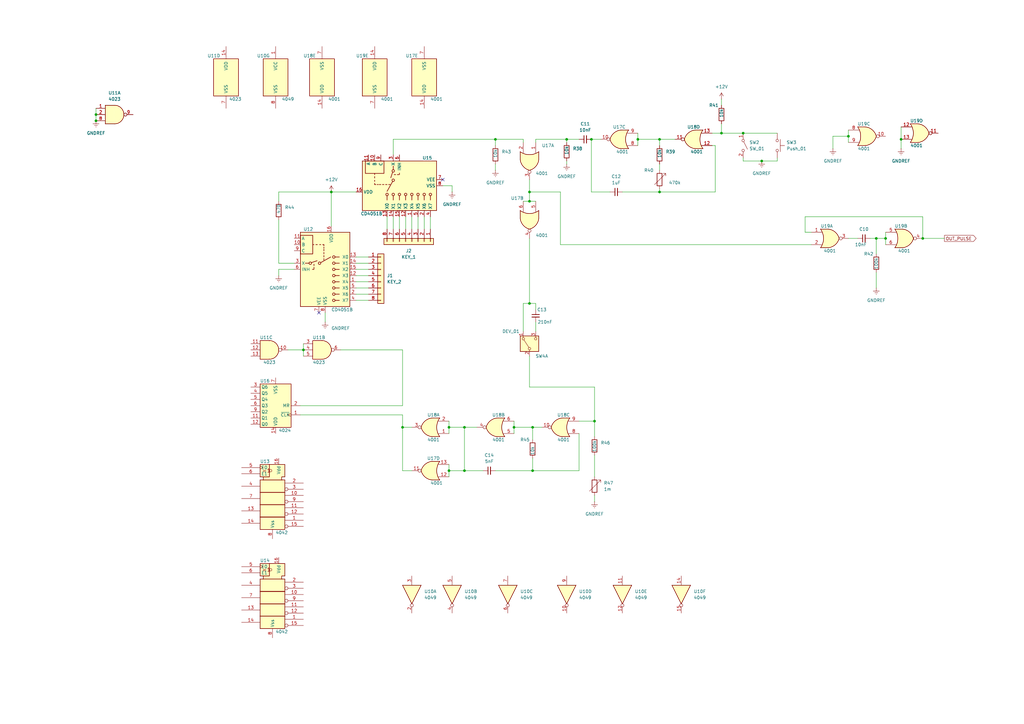
<source format=kicad_sch>
(kicad_sch (version 20250114) (generator "eeschema") (generator_version "9.0")
  (paper "A3")
  (title_block (title "Encoder digitale per tastiera musicale 49 Tast") (date "2025-07-19") (rev "0.1"))
  (lib_symbols
    (symbol "4xxx:4001" (pin_names (offset 1.016))
      (property "Reference" "U" (at 0 1.27 0))
      (property "Value" "4001" (at 0 -1.27 0))
      (symbol "4001_1_1"
        (arc (start -3.81 3.81) (mid -2.589 0) (end -3.81 -3.81) (stroke (width 0.254)))
        (polyline (pts (xy -3.81 3.81) (xy -0.635 3.81)) (stroke (width 0.254)) (fill (type background)))
        (polyline (pts (xy -3.81 -3.81) (xy -0.635 -3.81)) (stroke (width 0.254)) (fill (type background)))
        (arc (start 3.81 0) (mid 2.1855 -2.584) (end -0.6096 -3.81) (stroke (width 0.254)) (fill (type background)))
        (arc (start -0.6096 3.81) (mid 2.1928 2.5924) (end 3.81 0) (stroke (width 0.254)) (fill (type background)))
        (polyline (pts (xy -0.635 3.81) (xy -3.81 3.81) (xy -3.81 3.81) (xy -3.556 3.4036) (xy -3.0226 2.2606) (xy -2.6924 1.0414) (xy -2.6162 -0.254) (xy -2.7686 -1.4986) (xy -3.175 -2.7178) (xy -3.81 -3.81) (xy -3.81 -3.81) (xy -0.635 -3.81)) (stroke (width -25.4)) (fill (type background)))
        (pin input line (at -7.62 2.54 0) (length 4.318) (name "~") (number "1"))
        (pin input line (at -7.62 -2.54 0) (length 4.318) (name "~") (number "2"))
        (pin output inverted (at 7.62 0 180) (length 3.81) (name "~") (number "3"))
      )
      (symbol "4001_1_2"
        (arc (start 0 3.81) (mid 3.7934 0) (end 0 -3.81) (stroke (width 0.254)) (fill (type background)))
        (polyline (pts (xy 0 3.81) (xy -3.81 3.81) (xy -3.81 -3.81) (xy 0 -3.81)) (stroke (width 0.254)) (fill (type background)))
        (pin input inverted (at -7.62 2.54 0) (length 3.81) (name "~") (number "1"))
        (pin input inverted (at -7.62 -2.54 0) (length 3.81) (name "~") (number "2"))
        (pin output line (at 7.62 0 180) (length 3.81) (name "~") (number "3"))
      )
      (symbol "4001_2_1"
        (arc (start -3.81 3.81) (mid -2.589 0) (end -3.81 -3.81) (stroke (width 0.254)))
        (polyline (pts (xy -3.81 3.81) (xy -0.635 3.81)) (stroke (width 0.254)) (fill (type background)))
        (polyline (pts (xy -3.81 -3.81) (xy -0.635 -3.81)) (stroke (width 0.254)) (fill (type background)))
        (arc (start 3.81 0) (mid 2.1855 -2.584) (end -0.6096 -3.81) (stroke (width 0.254)) (fill (type background)))
        (arc (start -0.6096 3.81) (mid 2.1928 2.5924) (end 3.81 0) (stroke (width 0.254)) (fill (type background)))
        (polyline (pts (xy -0.635 3.81) (xy -3.81 3.81) (xy -3.81 3.81) (xy -3.556 3.4036) (xy -3.0226 2.2606) (xy -2.6924 1.0414) (xy -2.6162 -0.254) (xy -2.7686 -1.4986) (xy -3.175 -2.7178) (xy -3.81 -3.81) (xy -3.81 -3.81) (xy -0.635 -3.81)) (stroke (width -25.4)) (fill (type background)))
        (pin input line (at -7.62 2.54 0) (length 4.318) (name "~") (number "5"))
        (pin input line (at -7.62 -2.54 0) (length 4.318) (name "~") (number "6"))
        (pin output inverted (at 7.62 0 180) (length 3.81) (name "~") (number "4"))
      )
      (symbol "4001_2_2"
        (arc (start 0 3.81) (mid 3.7934 0) (end 0 -3.81) (stroke (width 0.254)) (fill (type background)))
        (polyline (pts (xy 0 3.81) (xy -3.81 3.81) (xy -3.81 -3.81) (xy 0 -3.81)) (stroke (width 0.254)) (fill (type background)))
        (pin input inverted (at -7.62 2.54 0) (length 3.81) (name "~") (number "5"))
        (pin input inverted (at -7.62 -2.54 0) (length 3.81) (name "~") (number "6"))
        (pin output line (at 7.62 0 180) (length 3.81) (name "~") (number "4"))
      )
      (symbol "4001_3_1"
        (arc (start -3.81 3.81) (mid -2.589 0) (end -3.81 -3.81) (stroke (width 0.254)))
        (polyline (pts (xy -3.81 3.81) (xy -0.635 3.81)) (stroke (width 0.254)) (fill (type background)))
        (polyline (pts (xy -3.81 -3.81) (xy -0.635 -3.81)) (stroke (width 0.254)) (fill (type background)))
        (arc (start 3.81 0) (mid 2.1855 -2.584) (end -0.6096 -3.81) (stroke (width 0.254)) (fill (type background)))
        (arc (start -0.6096 3.81) (mid 2.1928 2.5924) (end 3.81 0) (stroke (width 0.254)) (fill (type background)))
        (polyline (pts (xy -0.635 3.81) (xy -3.81 3.81) (xy -3.81 3.81) (xy -3.556 3.4036) (xy -3.0226 2.2606) (xy -2.6924 1.0414) (xy -2.6162 -0.254) (xy -2.7686 -1.4986) (xy -3.175 -2.7178) (xy -3.81 -3.81) (xy -3.81 -3.81) (xy -0.635 -3.81)) (stroke (width -25.4)) (fill (type background)))
        (pin input line (at -7.62 2.54 0) (length 4.318) (name "~") (number "8"))
        (pin input line (at -7.62 -2.54 0) (length 4.318) (name "~") (number "9"))
        (pin output inverted (at 7.62 0 180) (length 3.81) (name "~") (number "10"))
      )
      (symbol "4001_3_2"
        (arc (start 0 3.81) (mid 3.7934 0) (end 0 -3.81) (stroke (width 0.254)) (fill (type background)))
        (polyline (pts (xy 0 3.81) (xy -3.81 3.81) (xy -3.81 -3.81) (xy 0 -3.81)) (stroke (width 0.254)) (fill (type background)))
        (pin input inverted (at -7.62 2.54 0) (length 3.81) (name "~") (number "8"))
        (pin input inverted (at -7.62 -2.54 0) (length 3.81) (name "~") (number "9"))
        (pin output line (at 7.62 0 180) (length 3.81) (name "~") (number "10"))
      )
      (symbol "4001_4_1"
        (arc (start -3.81 3.81) (mid -2.589 0) (end -3.81 -3.81) (stroke (width 0.254)))
        (polyline (pts (xy -3.81 3.81) (xy -0.635 3.81)) (stroke (width 0.254)) (fill (type background)))
        (polyline (pts (xy -3.81 -3.81) (xy -0.635 -3.81)) (stroke (width 0.254)) (fill (type background)))
        (arc (start 3.81 0) (mid 2.1855 -2.584) (end -0.6096 -3.81) (stroke (width 0.254)) (fill (type background)))
        (arc (start -0.6096 3.81) (mid 2.1928 2.5924) (end 3.81 0) (stroke (width 0.254)) (fill (type background)))
        (polyline (pts (xy -0.635 3.81) (xy -3.81 3.81) (xy -3.81 3.81) (xy -3.556 3.4036) (xy -3.0226 2.2606) (xy -2.6924 1.0414) (xy -2.6162 -0.254) (xy -2.7686 -1.4986) (xy -3.175 -2.7178) (xy -3.81 -3.81) (xy -3.81 -3.81) (xy -0.635 -3.81)) (stroke (width -25.4)) (fill (type background)))
        (pin input line (at -7.62 2.54 0) (length 4.318) (name "~") (number "12"))
        (pin input line (at -7.62 -2.54 0) (length 4.318) (name "~") (number "13"))
        (pin output inverted (at 7.62 0 180) (length 3.81) (name "~") (number "11"))
      )
      (symbol "4001_4_2"
        (arc (start 0 3.81) (mid 3.7934 0) (end 0 -3.81) (stroke (width 0.254)) (fill (type background)))
        (polyline (pts (xy 0 3.81) (xy -3.81 3.81) (xy -3.81 -3.81) (xy 0 -3.81)) (stroke (width 0.254)) (fill (type background)))
        (pin input inverted (at -7.62 2.54 0) (length 3.81) (name "~") (number "12"))
        (pin input inverted (at -7.62 -2.54 0) (length 3.81) (name "~") (number "13"))
        (pin output line (at 7.62 0 180) (length 3.81) (name "~") (number "11"))
      )
      (symbol "4001_5_0"
        (pin power_in line (at 0 12.7 270) (length 5.08) (name "VDD") (number "14"))
        (pin power_in line (at 0 -12.7 90) (length 5.08) (name "VSS") (number "7"))
      )
      (symbol "4001_5_1"
        (rectangle (start -5.08 7.62) (end 5.08 -7.62) (stroke (width 0.254)) (fill (type background)))
      )
    )
    (symbol "4xxx:4023" (pin_names (offset 1.016))
      (property "Reference" "U" (at 0 1.27 0))
      (property "Value" "4023" (at 0 -1.27 0))
      (symbol "4023_1_1"
        (arc (start 0 3.81) (mid 3.7934 0) (end 0 -3.81) (stroke (width 0.254)) (fill (type background)))
        (polyline (pts (xy 0 3.81) (xy -3.81 3.81) (xy -3.81 -3.81) (xy 0 -3.81)) (stroke (width 0.254)) (fill (type background)))
        (pin input line (at -7.62 2.54 0) (length 3.81) (name "~") (number "1"))
        (pin input line (at -7.62 0 0) (length 3.81) (name "~") (number "2"))
        (pin input line (at -7.62 -2.54 0) (length 3.81) (name "~") (number "8"))
        (pin output inverted (at 7.62 0 180) (length 3.81) (name "~") (number "9"))
      )
      (symbol "4023_1_2"
        (arc (start -3.81 3.81) (mid -2.589 0) (end -3.81 -3.81) (stroke (width 0.254)))
        (polyline (pts (xy -3.81 3.81) (xy -0.635 3.81)) (stroke (width 0.254)) (fill (type background)))
        (polyline (pts (xy -3.81 -3.81) (xy -0.635 -3.81)) (stroke (width 0.254)) (fill (type background)))
        (arc (start 3.81 0) (mid 2.1855 -2.584) (end -0.6096 -3.81) (stroke (width 0.254)) (fill (type background)))
        (arc (start -0.6096 3.81) (mid 2.1928 2.5924) (end 3.81 0) (stroke (width 0.254)) (fill (type background)))
        (polyline (pts (xy -0.635 3.81) (xy -3.81 3.81) (xy -3.81 3.81) (xy -3.556 3.4036) (xy -3.0226 2.2606) (xy -2.6924 1.0414) (xy -2.6162 -0.254) (xy -2.7686 -1.4986) (xy -3.175 -2.7178) (xy -3.81 -3.81) (xy -3.81 -3.81) (xy -0.635 -3.81)) (stroke (width -25.4)) (fill (type background)))
        (pin input inverted (at -7.62 2.54 0) (length 4.318) (name "~") (number "1"))
        (pin input inverted (at -7.62 0 0) (length 4.953) (name "~") (number "2"))
        (pin input inverted (at -7.62 -2.54 0) (length 4.318) (name "~") (number "8"))
        (pin output line (at 7.62 0 180) (length 3.81) (name "~") (number "9"))
      )
      (symbol "4023_2_1"
        (arc (start 0 3.81) (mid 3.7934 0) (end 0 -3.81) (stroke (width 0.254)) (fill (type background)))
        (polyline (pts (xy 0 3.81) (xy -3.81 3.81) (xy -3.81 -3.81) (xy 0 -3.81)) (stroke (width 0.254)) (fill (type background)))
        (pin input line (at -7.62 2.54 0) (length 3.81) (name "~") (number "3"))
        (pin input line (at -7.62 0 0) (length 3.81) (name "~") (number "4"))
        (pin input line (at -7.62 -2.54 0) (length 3.81) (name "~") (number "5"))
        (pin output inverted (at 7.62 0 180) (length 3.81) (name "~") (number "6"))
      )
      (symbol "4023_2_2"
        (arc (start -3.81 3.81) (mid -2.589 0) (end -3.81 -3.81) (stroke (width 0.254)))
        (polyline (pts (xy -3.81 3.81) (xy -0.635 3.81)) (stroke (width 0.254)) (fill (type background)))
        (polyline (pts (xy -3.81 -3.81) (xy -0.635 -3.81)) (stroke (width 0.254)) (fill (type background)))
        (arc (start 3.81 0) (mid 2.1855 -2.584) (end -0.6096 -3.81) (stroke (width 0.254)) (fill (type background)))
        (arc (start -0.6096 3.81) (mid 2.1928 2.5924) (end 3.81 0) (stroke (width 0.254)) (fill (type background)))
        (polyline (pts (xy -0.635 3.81) (xy -3.81 3.81) (xy -3.81 3.81) (xy -3.556 3.4036) (xy -3.0226 2.2606) (xy -2.6924 1.0414) (xy -2.6162 -0.254) (xy -2.7686 -1.4986) (xy -3.175 -2.7178) (xy -3.81 -3.81) (xy -3.81 -3.81) (xy -0.635 -3.81)) (stroke (width -25.4)) (fill (type background)))
        (pin input inverted (at -7.62 2.54 0) (length 4.318) (name "~") (number "3"))
        (pin input inverted (at -7.62 0 0) (length 4.953) (name "~") (number "4"))
        (pin input inverted (at -7.62 -2.54 0) (length 4.318) (name "~") (number "5"))
        (pin output line (at 7.62 0 180) (length 3.81) (name "~") (number "6"))
      )
      (symbol "4023_3_1"
        (arc (start 0 3.81) (mid 3.7934 0) (end 0 -3.81) (stroke (width 0.254)) (fill (type background)))
        (polyline (pts (xy 0 3.81) (xy -3.81 3.81) (xy -3.81 -3.81) (xy 0 -3.81)) (stroke (width 0.254)) (fill (type background)))
        (pin input line (at -7.62 2.54 0) (length 3.81) (name "~") (number "11"))
        (pin input line (at -7.62 0 0) (length 3.81) (name "~") (number "12"))
        (pin input line (at -7.62 -2.54 0) (length 3.81) (name "~") (number "13"))
        (pin output inverted (at 7.62 0 180) (length 3.81) (name "~") (number "10"))
      )
      (symbol "4023_3_2"
        (arc (start -3.81 3.81) (mid -2.589 0) (end -3.81 -3.81) (stroke (width 0.254)))
        (polyline (pts (xy -3.81 3.81) (xy -0.635 3.81)) (stroke (width 0.254)) (fill (type background)))
        (polyline (pts (xy -3.81 -3.81) (xy -0.635 -3.81)) (stroke (width 0.254)) (fill (type background)))
        (arc (start 3.81 0) (mid 2.1855 -2.584) (end -0.6096 -3.81) (stroke (width 0.254)) (fill (type background)))
        (arc (start -0.6096 3.81) (mid 2.1928 2.5924) (end 3.81 0) (stroke (width 0.254)) (fill (type background)))
        (polyline (pts (xy -0.635 3.81) (xy -3.81 3.81) (xy -3.81 3.81) (xy -3.556 3.4036) (xy -3.0226 2.2606) (xy -2.6924 1.0414) (xy -2.6162 -0.254) (xy -2.7686 -1.4986) (xy -3.175 -2.7178) (xy -3.81 -3.81) (xy -3.81 -3.81) (xy -0.635 -3.81)) (stroke (width -25.4)) (fill (type background)))
        (pin input inverted (at -7.62 2.54 0) (length 4.318) (name "~") (number "11"))
        (pin input inverted (at -7.62 0 0) (length 4.953) (name "~") (number "12"))
        (pin input inverted (at -7.62 -2.54 0) (length 4.318) (name "~") (number "13"))
        (pin output line (at 7.62 0 180) (length 3.81) (name "~") (number "10"))
      )
      (symbol "4023_4_0"
        (pin power_in line (at 0 12.7 270) (length 5.08) (name "VDD") (number "14"))
        (pin power_in line (at 0 -12.7 90) (length 5.08) (name "VSS") (number "7"))
      )
      (symbol "4023_4_1"
        (rectangle (start -5.08 7.62) (end 5.08 -7.62) (stroke (width 0.254)) (fill (type background)))
      )
    )
    (symbol "4xxx:4049" (pin_names (offset 1.016))
      (property "Reference" "U" (at 0 1.27 0))
      (property "Value" "4049" (at 0 -1.27 0))
      (symbol "4049_1_0"
        (polyline (pts (xy -3.81 3.81) (xy -3.81 -3.81) (xy 3.81 0) (xy -3.81 3.81)) (stroke (width 0.254)) (fill (type background)))
        (pin input line (at -7.62 0 0) (length 3.81) (name "~") (number "3"))
        (pin output inverted (at 7.62 0 180) (length 3.81) (name "~") (number "2"))
      )
      (symbol "4049_2_0"
        (polyline (pts (xy -3.81 3.81) (xy -3.81 -3.81) (xy 3.81 0) (xy -3.81 3.81)) (stroke (width 0.254)) (fill (type background)))
        (pin input line (at -7.62 0 0) (length 3.81) (name "~") (number "5"))
        (pin output inverted (at 7.62 0 180) (length 3.81) (name "~") (number "4"))
      )
      (symbol "4049_3_0"
        (polyline (pts (xy -3.81 3.81) (xy -3.81 -3.81) (xy 3.81 0) (xy -3.81 3.81)) (stroke (width 0.254)) (fill (type background)))
        (pin input line (at -7.62 0 0) (length 3.81) (name "~") (number "7"))
        (pin output inverted (at 7.62 0 180) (length 3.81) (name "~") (number "6"))
      )
      (symbol "4049_4_0"
        (polyline (pts (xy -3.81 3.81) (xy -3.81 -3.81) (xy 3.81 0) (xy -3.81 3.81)) (stroke (width 0.254)) (fill (type background)))
        (pin input line (at -7.62 0 0) (length 3.81) (name "~") (number "9"))
        (pin output inverted (at 7.62 0 180) (length 3.81) (name "~") (number "10"))
      )
      (symbol "4049_5_0"
        (polyline (pts (xy -3.81 3.81) (xy -3.81 -3.81) (xy 3.81 0) (xy -3.81 3.81)) (stroke (width 0.254)) (fill (type background)))
        (pin input line (at -7.62 0 0) (length 3.81) (name "~") (number "11"))
        (pin output inverted (at 7.62 0 180) (length 3.81) (name "~") (number "12"))
      )
      (symbol "4049_6_0"
        (polyline (pts (xy -3.81 3.81) (xy -3.81 -3.81) (xy 3.81 0) (xy -3.81 3.81)) (stroke (width 0.254)) (fill (type background)))
        (pin input line (at -7.62 0 0) (length 3.81) (name "~") (number "14"))
        (pin output inverted (at 7.62 0 180) (length 3.81) (name "~") (number "15"))
      )
      (symbol "4049_7_0"
        (pin power_in line (at 0 12.7 270) (length 5.08) (name "VCC") (number "1"))
        (pin power_in line (at 0 -12.7 90) (length 5.08) (name "VSS") (number "8"))
      )
      (symbol "4049_7_1"
        (rectangle (start -5.08 7.62) (end 5.08 -7.62) (stroke (width 0.254)) (fill (type background)))
      )
    )
    (symbol "4xxx_IEEE:4024"
      (property "Reference" "U" (at 5.08 11.43 0))
      (property "Value" "4024" (at 10.16 -10.16 0))
      (symbol "4024_0_0"
        (rectangle (start -6.35 10.16) (end 6.35 -7.62) (stroke (width 0.254)) (fill (type background)))
        (pin power_in line (at 0 12.7 270) (length 2.54) (name "VDD") (number "14"))
        (pin power_in line (at 0 -10.16 90) (length 2.54) (name "VSS") (number "7"))
      )
      (symbol "4024_1_1"
        (pin input clock (at -10.16 5.08 0) (length 3.81) (name "~{CLK}") (number "1"))
        (pin input line (at -10.16 1.27 0) (length 3.81) (name "MR") (number "2"))
        (pin output line (at 10.16 8.89 180) (length 3.81) (name "Q0") (number "12"))
        (pin output line (at 10.16 6.35 180) (length 3.81) (name "Q1") (number "11"))
        (pin output line (at 10.16 3.81 180) (length 3.81) (name "Q2") (number "9"))
        (pin output line (at 10.16 1.27 180) (length 3.81) (name "Q3") (number "6"))
        (pin output line (at 10.16 -1.27 180) (length 3.81) (name "Q4") (number "5"))
        (pin output line (at 10.16 -3.81 180) (length 3.81) (name "Q5") (number "4"))
        (pin output line (at 10.16 -6.35 180) (length 3.81) (name "Q6") (number "3"))
      )
    )
    (symbol "4xxx_IEEE:4042"
      (property "Reference" "U" (at 7.62 11.43 0))
      (property "Value" "4042" (at 7.62 -15.24 0))
      (symbol "4042_0_0"
        (polyline (pts (xy -1.27 12.7) (xy -1.27 7.62) (xy -3.81 7.62) (xy -3.81 7.62)) (stroke (width 0.254)) (fill (type background)))
        (circle (center -0.762 10.16) (radius 0.508))
        (text "=1" (at -2.54 10.16 0) (effects (font (size 1.524 1.524))))
      )
      (symbol "4042_0_1"
        (rectangle (start -5.08 1.27) (end 5.08 -3.81) (stroke (width 0.254)) (fill (type background)))
        (rectangle (start -5.08 -8.89) (end 5.08 -13.97) (stroke (width 0.254)) (fill (type background)))
        (polyline (pts (xy -3.81 6.35) (xy -3.81 7.62) (xy -5.08 7.62) (xy -5.08 12.7) (xy 5.08 12.7) (xy 5.08 7.62) (xy 3.81 7.62) (xy 3.81 6.35) (xy 3.81 6.35)) (stroke (width 0.254)) (fill (type background)))
        (rectangle (start 5.08 6.35) (end -5.08 1.27) (stroke (width 0.254)) (fill (type background)))
        (rectangle (start 5.08 -3.81) (end -5.08 -8.89) (stroke (width 0.254)) (fill (type background)))
      )
      (symbol "4042_1_0"
        (pin input clock (at -12.7 11.43 0) (length 7.62) (name "E0") (number "5"))
        (pin input line (at -12.7 8.89 0) (length 7.62) (name "E1") (number "6"))
        (pin input line (at -12.7 3.81 0) (length 7.62) (name "~") (number "4"))
        (pin input line (at -12.7 -1.27 0) (length 7.62) (name "~") (number "7"))
        (pin input line (at -12.7 -6.35 0) (length 7.62) (name "~") (number "13"))
        (pin input line (at -12.7 -11.43 0) (length 7.62) (name "~") (number "14"))
        (pin power_in line (at 0 -17.78 90) (length 3.81) (name "Vss") (number "8"))
        (pin power_in line (at 2.54 15.24 270) (length 2.54) (name "Vdd") (number "16"))
        (pin output line (at 12.7 5.08 180) (length 7.62) (name "~") (number "2"))
        (pin output inverted (at 12.7 2.54 180) (length 7.62) (name "~") (number "3"))
        (pin output line (at 12.7 0 180) (length 7.62) (name "~") (number "10"))
        (pin output inverted (at 12.7 -2.54 180) (length 7.62) (name "~") (number "9"))
        (pin output line (at 12.7 -5.08 180) (length 7.62) (name "~") (number "11"))
        (pin output inverted (at 12.7 -7.62 180) (length 7.62) (name "~") (number "12"))
        (pin output line (at 12.7 -10.16 180) (length 7.62) (name "~") (number "1"))
        (pin output inverted (at 12.7 -12.7 180) (length 7.62) (name "~") (number "15"))
      )
    )
    (symbol "Analog_Switch:CD4051B"
      (property "Reference" "U" (at -10.16 16.51 0))
      (property "Value" "CD4051B" (at 3.81 16.51 0))
      (symbol "CD4051B_0_1"
        (rectangle (start -10.16 15.24) (end 10.16 -15.24) (stroke (width 0.254)) (fill (type background)))
        (rectangle (start -10.16 6.35) (end -5.08 13.97) (stroke (width 0.254)))
        (polyline (pts (xy -8.128 2.54) (xy -6.604 2.54)) (stroke (width 0.254)))
        (circle (center -6.096 2.54) (radius 0.508) (stroke (width 0.254)))
        (polyline (pts (xy -5.588 2.794) (xy -3.302 3.556)) (stroke (width 0.254)))
        (polyline (pts (xy -4.572 10.16) (xy -5.08 10.16)) (stroke (width 0.254)))
        (polyline (pts (xy -4.572 1.524) (xy -4.572 2.159)) (stroke (width 0.254)))
        (polyline (pts (xy -4.572 0.254) (xy -4.572 0.889)) (stroke (width 0.254)))
        (polyline (pts (xy -4.572 0) (xy -5.207 0)) (stroke (width 0.254)))
        (polyline (pts (xy -3.81 10.16) (xy -3.175 10.16)) (stroke (width 0.254)))
        (circle (center -2.286 2.54) (radius 0.508) (stroke (width 0.254)))
        (polyline (pts (xy -1.778 10.16) (xy -2.286 10.16)) (stroke (width 0.254)))
        (polyline (pts (xy -1.778 2.794) (xy 2.286 5.08)) (stroke (width 0.254)))
        (polyline (pts (xy -0.508 10.16) (xy -1.016 10.16)) (stroke (width 0.254)))
        (polyline (pts (xy -0.508 9.652) (xy -0.508 10.16)) (stroke (width 0.254)))
        (polyline (pts (xy -0.508 8.636) (xy -0.508 9.144)) (stroke (width 0.254)))
        (polyline (pts (xy -0.508 7.62) (xy -0.508 8.255)) (stroke (width 0.254)))
        (polyline (pts (xy -0.508 6.35) (xy -0.508 6.985)) (stroke (width 0.254)))
        (polyline (pts (xy -0.508 5.08) (xy -0.508 5.715)) (stroke (width 0.254)))
        (polyline (pts (xy -0.508 3.81) (xy -0.508 4.445)) (stroke (width 0.254)))
        (circle (center 3.556 5.08) (radius 0.508) (stroke (width 0.254)))
        (circle (center 3.556 2.54) (radius 0.508) (stroke (width 0.254)))
        (circle (center 3.556 0) (radius 0.508) (stroke (width 0.254)))
        (circle (center 3.556 -2.54) (radius 0.508) (stroke (width 0.254)))
        (circle (center 3.556 -5.08) (radius 0.508) (stroke (width 0.254)))
        (circle (center 3.556 -7.62) (radius 0.508) (stroke (width 0.254)))
        (circle (center 3.556 -10.16) (radius 0.508) (stroke (width 0.254)))
        (circle (center 3.556 -12.7) (radius 0.508) (stroke (width 0.254)))
        (polyline (pts (xy 4.064 5.08) (xy 5.842 5.08)) (stroke (width 0.254)))
        (polyline (pts (xy 4.064 2.54) (xy 5.842 2.54)) (stroke (width 0.254)))
        (polyline (pts (xy 4.064 0) (xy 5.842 0)) (stroke (width 0.254)))
        (polyline (pts (xy 4.064 -2.54) (xy 5.842 -2.54)) (stroke (width 0.254)))
        (polyline (pts (xy 4.064 -5.08) (xy 5.842 -5.08)) (stroke (width 0.254)))
        (polyline (pts (xy 4.064 -7.62) (xy 5.842 -7.62)) (stroke (width 0.254)))
        (polyline (pts (xy 4.064 -10.16) (xy 5.842 -10.16)) (stroke (width 0.254)))
        (polyline (pts (xy 4.064 -12.7) (xy 5.842 -12.7)) (stroke (width 0.254)))
      )
      (symbol "CD4051B_1_1"
        (pin input line (at -12.7 12.7 0) (length 2.54) (name "A") (number "11"))
        (pin input line (at -12.7 10.16 0) (length 2.54) (name "B") (number "10"))
        (pin input line (at -12.7 7.62 0) (length 2.54) (name "C") (number "9"))
        (pin bidirectional line (at -12.7 2.54 0) (length 2.54) (name "X") (number "3"))
        (pin input line (at -12.7 0 0) (length 2.54) (name "INH") (number "6"))
        (pin power_in line (at -2.54 -17.78 90) (length 2.54) (name "VEE") (number "7"))
        (pin power_in line (at 0 -17.78 90) (length 2.54) (name "VSS") (number "8"))
        (pin power_in line (at 2.54 17.78 270) (length 2.54) (name "VDD") (number "16"))
        (pin bidirectional line (at 12.7 5.08 180) (length 2.54) (name "X0") (number "13"))
        (pin bidirectional line (at 12.7 2.54 180) (length 2.54) (name "X1") (number "14"))
        (pin bidirectional line (at 12.7 0 180) (length 2.54) (name "X2") (number "15"))
        (pin bidirectional line (at 12.7 -2.54 180) (length 2.54) (name "X3") (number "12"))
        (pin bidirectional line (at 12.7 -5.08 180) (length 2.54) (name "X4") (number "1"))
        (pin bidirectional line (at 12.7 -7.62 180) (length 2.54) (name "X5") (number "5"))
        (pin bidirectional line (at 12.7 -10.16 180) (length 2.54) (name "X6") (number "2"))
        (pin bidirectional line (at 12.7 -12.7 180) (length 2.54) (name "X7") (number "4"))
      )
    )
    (symbol "Connector_Generic:Conn_01x08" (pin_names (offset 1.016) (hide yes))
      (property "Reference" "J" (at 0 10.16 0))
      (property "Value" "Conn_01x08" (at 0 -12.7 0))
      (symbol "Conn_01x08_1_1"
        (rectangle (start -1.27 8.89) (end 1.27 -11.43) (stroke (width 0.254)) (fill (type background)))
        (rectangle (start -1.27 7.747) (end 0 7.493) (stroke (width 0.1524)))
        (rectangle (start -1.27 5.207) (end 0 4.953) (stroke (width 0.1524)))
        (rectangle (start -1.27 2.667) (end 0 2.413) (stroke (width 0.1524)))
        (rectangle (start -1.27 0.127) (end 0 -0.127) (stroke (width 0.1524)))
        (rectangle (start -1.27 -2.413) (end 0 -2.667) (stroke (width 0.1524)))
        (rectangle (start -1.27 -4.953) (end 0 -5.207) (stroke (width 0.1524)))
        (rectangle (start -1.27 -7.493) (end 0 -7.747) (stroke (width 0.1524)))
        (rectangle (start -1.27 -10.033) (end 0 -10.287) (stroke (width 0.1524)))
        (pin passive line (at -5.08 7.62 0) (length 3.81) (name "Pin_1") (number "1"))
        (pin passive line (at -5.08 5.08 0) (length 3.81) (name "Pin_2") (number "2"))
        (pin passive line (at -5.08 2.54 0) (length 3.81) (name "Pin_3") (number "3"))
        (pin passive line (at -5.08 0 0) (length 3.81) (name "Pin_4") (number "4"))
        (pin passive line (at -5.08 -2.54 0) (length 3.81) (name "Pin_5") (number "5"))
        (pin passive line (at -5.08 -5.08 0) (length 3.81) (name "Pin_6") (number "6"))
        (pin passive line (at -5.08 -7.62 0) (length 3.81) (name "Pin_7") (number "7"))
        (pin passive line (at -5.08 -10.16 0) (length 3.81) (name "Pin_8") (number "8"))
      )
    )
    (symbol "Device:C_Small" (pin_numbers (hide yes)) (pin_names (offset 0.254) (hide yes))
      (property "Reference" "C" (at 0.254 1.778 0))
      (property "Value" "C_Small" (at 0.254 -2.032 0))
      (symbol "C_Small_0_1"
        (polyline (pts (xy -1.524 0.508) (xy 1.524 0.508)) (stroke (width 0.3048)))
        (polyline (pts (xy -1.524 -0.508) (xy 1.524 -0.508)) (stroke (width 0.3302)))
      )
      (symbol "C_Small_1_1"
        (pin passive line (at 0 2.54 270) (length 2.032) (name "~") (number "1"))
        (pin passive line (at 0 -2.54 90) (length 2.032) (name "~") (number "2"))
      )
    )
    (symbol "Device:R" (pin_numbers (hide yes)) (pin_names (offset 0))
      (property "Reference" "R" (at 2.032 0 90))
      (property "Value" "R" (at 0 0 90))
      (symbol "R_0_1"
        (rectangle (start -1.016 -2.54) (end 1.016 2.54) (stroke (width 0.254)))
      )
      (symbol "R_1_1"
        (pin passive line (at 0 3.81 270) (length 1.27) (name "~") (number "1"))
        (pin passive line (at 0 -3.81 90) (length 1.27) (name "~") (number "2"))
      )
    )
    (symbol "Device:R_Variable" (pin_numbers (hide yes)) (pin_names (offset 0))
      (property "Reference" "R" (at 2.54 -2.54 90))
      (property "Value" "R_Variable" (at -2.54 -1.27 90))
      (symbol "R_Variable_0_1"
        (rectangle (start -1.016 -2.54) (end 1.016 2.54) (stroke (width 0.254)))
        (polyline (pts (xy 2.54 1.524) (xy 2.54 2.54) (xy 1.524 2.54) (xy 2.54 2.54) (xy -2.032 -2.032)))
      )
      (symbol "R_Variable_1_1"
        (pin passive line (at 0 3.81 270) (length 1.27) (name "~") (number "1"))
        (pin passive line (at 0 -3.81 90) (length 1.27) (name "~") (number "2"))
      )
    )
    (symbol "Switch:SW_DPDT_x2" (pin_names (offset 0) (hide yes))
      (property "Reference" "SW" (at 0 5.08 0))
      (property "Value" "SW_DPDT_x2" (at 0 -5.08 0))
      (symbol "SW_DPDT_x2_0_0"
        (circle (center -2.032 0) (radius 0.508))
        (circle (center 2.032 -2.54) (radius 0.508))
      )
      (symbol "SW_DPDT_x2_0_1"
        (rectangle (start -3.175 3.81) (end 3.175 -3.81) (stroke (width 0.254)) (fill (type background)))
        (polyline (pts (xy -1.524 0.254) (xy 1.5748 2.286)))
        (circle (center 2.032 2.54) (radius 0.508))
      )
      (symbol "SW_DPDT_x2_1_1"
        (pin passive line (at -5.08 0 0) (length 2.54) (name "B") (number "2"))
        (pin passive line (at 5.08 2.54 180) (length 2.54) (name "A") (number "1"))
        (pin passive line (at 5.08 -2.54 180) (length 2.54) (name "C") (number "3"))
      )
      (symbol "SW_DPDT_x2_2_1"
        (pin passive line (at -5.08 0 0) (length 2.54) (name "B") (number "5"))
        (pin passive line (at 5.08 2.54 180) (length 2.54) (name "A") (number "4"))
        (pin passive line (at 5.08 -2.54 180) (length 2.54) (name "C") (number "6"))
      )
    )
    (symbol "Switch:SW_Push" (pin_numbers (hide yes)) (pin_names (offset 1.016) (hide yes))
      (property "Reference" "SW" (at 1.27 2.54 0))
      (property "Value" "SW_Push" (at 0 -1.524 0))
      (symbol "SW_Push_0_1"
        (circle (center -2.032 0) (radius 0.508))
        (polyline (pts (xy 0 1.27) (xy 0 3.048)))
        (circle (center 2.032 0) (radius 0.508))
        (polyline (pts (xy 2.54 1.27) (xy -2.54 1.27)))
        (pin passive line (at -5.08 0 0) (length 2.54) (name "1") (number "1"))
        (pin passive line (at 5.08 0 180) (length 2.54) (name "2") (number "2"))
      )
    )
    (symbol "Switch:SW_SPST" (pin_names (offset 0) (hide yes))
      (property "Reference" "SW" (at 0 3.175 0))
      (property "Value" "SW_SPST" (at 0 -2.54 0))
      (symbol "SW_SPST_0_0"
        (circle (center -2.032 0) (radius 0.508))
        (polyline (pts (xy -1.524 0.254) (xy 1.524 1.778)))
        (circle (center 2.032 0) (radius 0.508))
      )
      (symbol "SW_SPST_1_1"
        (pin passive line (at -5.08 0 0) (length 2.54) (name "A") (number "1"))
        (pin passive line (at 5.08 0 180) (length 2.54) (name "B") (number "2"))
      )
    )
    (symbol "power:+12V" (power) (pin_numbers (hide yes)) (pin_names (offset 0) (hide yes))
      (property "Value" "+12V" (at 0 3.556 0))
      (symbol "+12V_0_1"
        (polyline (pts (xy -0.762 1.27) (xy 0 2.54)))
        (polyline (pts (xy 0 2.54) (xy 0.762 1.27)))
        (polyline (pts (xy 0 0) (xy 0 2.54)))
      )
      (symbol "+12V_1_1"
        (pin power_in line (at 0 0 90) (length 0) (name "~") (number "1"))
      )
    )
    (symbol "power:GNDREF" (power) (pin_numbers (hide yes)) (pin_names (offset 0) (hide yes))
      (property "Value" "GNDREF" (at 0 -3.81 0))
      (symbol "GNDREF_0_1"
        (polyline (pts (xy -0.635 -1.905) (xy 0.635 -1.905)))
        (polyline (pts (xy -0.127 -2.54) (xy 0.127 -2.54)))
        (polyline (pts (xy 0 -1.27) (xy 0 0)))
        (polyline (pts (xy 1.27 -1.27) (xy -1.27 -1.27)))
      )
      (symbol "GNDREF_1_1"
        (pin power_in line (at 0 0 270) (length 0) (name "~") (number "1"))
      )
    )
  )
  (junction (at 347.98 55.88))
  (junction (at 363.22 97.79))
  (junction (at 210.82 175.26))
  (junction (at 243.84 172.72))
  (junction (at 261.62 57.15))
  (junction (at 369.57 57.15))
  (junction (at 232.41 57.15))
  (junction (at 359.41 97.79))
  (junction (at 242.57 57.15))
  (junction (at 217.17 82.55))
  (junction (at 165.1 175.26))
  (junction (at 218.44 193.04))
  (junction (at 270.51 57.15))
  (junction (at 203.2 57.15))
  (junction (at 184.15 193.04))
  (junction (at 190.5 193.04))
  (junction (at 184.15 175.26))
  (junction (at 217.17 78.74))
  (junction (at 295.91 54.61))
  (junction (at 124.46 143.51))
  (junction (at 312.42 66.04))
  (junction (at 39.37 49.53))
  (junction (at 270.51 78.74))
  (junction (at 217.17 124.46))
  (junction (at 135.89 78.74))
  (junction (at 218.44 175.26))
  (junction (at 378.46 97.79))
  (junction (at 39.37 46.99))
  (junction (at 304.8 54.61))
  (junction (at 190.5 175.26))
  (no_connect (at 130.81 128.27))
  (no_connect (at 181.61 73.66))
  (wire (pts (xy 124.46 140.97) (xy 124.46 143.51)))
  (wire (pts (xy 217.17 146.05) (xy 217.17 158.75)))
  (wire (pts (xy 118.11 143.51) (xy 124.46 143.51)))
  (wire (pts (xy 165.1 175.26) (xy 165.1 193.04)))
  (wire (pts (xy 243.84 203.2) (xy 243.84 205.74)))
  (wire (pts (xy 39.37 46.99) (xy 39.37 49.53)))
  (wire (pts (xy 270.51 57.15) (xy 270.51 59.69)))
  (wire (pts (xy 237.49 57.15) (xy 232.41 57.15)))
  (wire (pts (xy 270.51 78.74) (xy 255.27 78.74)))
  (wire (pts (xy 218.44 175.26) (xy 222.25 175.26)))
  (wire (pts (xy 341.63 55.88) (xy 341.63 60.96)))
  (wire (pts (xy 219.71 132.08) (xy 219.71 135.89)))
  (wire (pts (xy 330.2 95.25) (xy 330.2 88.9)))
  (wire (pts (xy 165.1 170.18) (xy 165.1 175.26)))
  (wire (pts (xy 214.63 124.46) (xy 214.63 135.89)))
  (wire (pts (xy 356.87 97.79) (xy 359.41 97.79)))
  (wire (pts (xy 190.5 175.26) (xy 195.58 175.26)))
  (wire (pts (xy 363.22 97.79) (xy 363.22 100.33)))
  (wire (pts (xy 217.17 82.55) (xy 219.71 82.55)))
  (wire (pts (xy 210.82 172.72) (xy 210.82 175.26)))
  (wire (pts (xy 123.19 170.18) (xy 165.1 170.18)))
  (wire (pts (xy 295.91 54.61) (xy 295.91 50.8)))
  (wire (pts (xy 378.46 88.9) (xy 378.46 97.79)))
  (wire (pts (xy 217.17 124.46) (xy 219.71 124.46)))
  (wire (pts (xy 171.45 88.9) (xy 171.45 93.98)))
  (wire (pts (xy 120.65 110.49) (xy 114.3 110.49)))
  (wire (pts (xy 114.3 110.49) (xy 114.3 113.03)))
  (wire (pts (xy 166.37 88.9) (xy 166.37 93.98)))
  (wire (pts (xy 184.15 172.72) (xy 184.15 175.26)))
  (wire (pts (xy 293.37 78.74) (xy 270.51 78.74)))
  (wire (pts (xy 261.62 57.15) (xy 270.51 57.15)))
  (wire (pts (xy 114.3 90.17) (xy 114.3 107.95)))
  (wire (pts (xy 161.29 57.15) (xy 203.2 57.15)))
  (wire (pts (xy 237.49 172.72) (xy 243.84 172.72)))
  (wire (pts (xy 304.8 66.04) (xy 312.42 66.04)))
  (wire (pts (xy 304.8 54.61) (xy 318.77 54.61)))
  (wire (pts (xy 369.57 52.07) (xy 369.57 57.15)))
  (wire (pts (xy 304.8 64.77) (xy 304.8 66.04)))
  (wire (pts (xy 261.62 54.61) (xy 261.62 57.15)))
  (wire (pts (xy 146.05 115.57) (xy 151.13 115.57)))
  (wire (pts (xy 146.05 110.49) (xy 151.13 110.49)))
  (wire (pts (xy 229.87 100.33) (xy 229.87 78.74)))
  (wire (pts (xy 332.74 95.25) (xy 330.2 95.25)))
  (wire (pts (xy 270.51 57.15) (xy 276.86 57.15)))
  (wire (pts (xy 133.35 128.27) (xy 133.35 132.08)))
  (wire (pts (xy 184.15 193.04) (xy 190.5 193.04)))
  (wire (pts (xy 161.29 88.9) (xy 161.29 93.98)))
  (wire (pts (xy 184.15 175.26) (xy 190.5 175.26)))
  (wire (pts (xy 203.2 67.31) (xy 203.2 69.85)))
  (wire (pts (xy 318.77 66.04) (xy 318.77 64.77)))
  (wire (pts (xy 158.75 88.9) (xy 158.75 93.98)))
  (wire (pts (xy 312.42 66.04) (xy 318.77 66.04)))
  (wire (pts (xy 120.65 107.95) (xy 114.3 107.95)))
  (wire (pts (xy 161.29 57.15) (xy 161.29 63.5)))
  (wire (pts (xy 219.71 57.15) (xy 219.71 58.42)))
  (wire (pts (xy 190.5 193.04) (xy 190.5 175.26)))
  (wire (pts (xy 250.19 78.74) (xy 242.57 78.74)))
  (wire (pts (xy 184.15 190.5) (xy 184.15 193.04)))
  (wire (pts (xy 218.44 193.04) (xy 237.49 193.04)))
  (wire (pts (xy 173.99 88.9) (xy 173.99 93.98)))
  (wire (pts (xy 123.19 166.37) (xy 165.1 166.37)))
  (wire (pts (xy 232.41 57.15) (xy 219.71 57.15)))
  (wire (pts (xy 124.46 143.51) (xy 124.46 146.05)))
  (wire (pts (xy 176.53 88.9) (xy 176.53 93.98)))
  (wire (pts (xy 114.3 78.74) (xy 135.89 78.74)))
  (wire (pts (xy 146.05 118.11) (xy 151.13 118.11)))
  (wire (pts (xy 184.15 193.04) (xy 184.15 195.58)))
  (wire (pts (xy 347.98 53.34) (xy 347.98 55.88)))
  (wire (pts (xy 168.91 88.9) (xy 168.91 93.98)))
  (wire (pts (xy 232.41 58.42) (xy 232.41 57.15)))
  (wire (pts (xy 214.63 82.55) (xy 217.17 82.55)))
  (wire (pts (xy 135.89 78.74) (xy 135.89 92.71)))
  (wire (pts (xy 139.7 143.51) (xy 165.1 143.51)))
  (wire (pts (xy 203.2 57.15) (xy 203.2 59.69)))
  (wire (pts (xy 185.42 76.2) (xy 185.42 78.74)))
  (wire (pts (xy 292.1 59.69) (xy 293.37 59.69)))
  (wire (pts (xy 293.37 59.69) (xy 293.37 78.74)))
  (wire (pts (xy 217.17 97.79) (xy 217.17 124.46)))
  (wire (pts (xy 190.5 193.04) (xy 198.12 193.04)))
  (wire (pts (xy 146.05 123.19) (xy 151.13 123.19)))
  (wire (pts (xy 165.1 193.04) (xy 168.91 193.04)))
  (wire (pts (xy 218.44 175.26) (xy 218.44 180.34)))
  (wire (pts (xy 243.84 158.75) (xy 243.84 172.72)))
  (wire (pts (xy 217.17 158.75) (xy 243.84 158.75)))
  (wire (pts (xy 270.51 67.31) (xy 270.51 69.85)))
  (wire (pts (xy 363.22 95.25) (xy 363.22 97.79)))
  (wire (pts (xy 378.46 97.79) (xy 387.35 97.79)))
  (wire (pts (xy 295.91 40.64) (xy 295.91 43.18)))
  (wire (pts (xy 163.83 88.9) (xy 163.83 93.98)))
  (wire (pts (xy 217.17 73.66) (xy 217.17 78.74)))
  (wire (pts (xy 39.37 44.45) (xy 39.37 46.99)))
  (wire (pts (xy 165.1 143.51) (xy 165.1 166.37)))
  (wire (pts (xy 218.44 187.96) (xy 218.44 193.04)))
  (wire (pts (xy 359.41 97.79) (xy 359.41 104.14)))
  (wire (pts (xy 232.41 66.04) (xy 232.41 67.31)))
  (wire (pts (xy 369.57 57.15) (xy 369.57 60.96)))
  (wire (pts (xy 237.49 177.8) (xy 237.49 193.04)))
  (wire (pts (xy 243.84 179.07) (xy 243.84 172.72)))
  (wire (pts (xy 146.05 120.65) (xy 151.13 120.65)))
  (wire (pts (xy 359.41 111.76) (xy 359.41 118.11)))
  (wire (pts (xy 359.41 97.79) (xy 363.22 97.79)))
  (wire (pts (xy 146.05 113.03) (xy 151.13 113.03)))
  (wire (pts (xy 217.17 78.74) (xy 217.17 82.55)))
  (wire (pts (xy 270.51 77.47) (xy 270.51 78.74)))
  (wire (pts (xy 146.05 105.41) (xy 151.13 105.41)))
  (wire (pts (xy 261.62 57.15) (xy 261.62 59.69)))
  (wire (pts (xy 168.91 175.26) (xy 165.1 175.26)))
  (wire (pts (xy 210.82 175.26) (xy 210.82 177.8)))
  (wire (pts (xy 347.98 55.88) (xy 347.98 58.42)))
  (wire (pts (xy 203.2 57.15) (xy 214.63 57.15)))
  (wire (pts (xy 214.63 124.46) (xy 217.17 124.46)))
  (wire (pts (xy 243.84 186.69) (xy 243.84 195.58)))
  (wire (pts (xy 219.71 127) (xy 219.71 124.46)))
  (wire (pts (xy 295.91 54.61) (xy 304.8 54.61)))
  (wire (pts (xy 146.05 107.95) (xy 151.13 107.95)))
  (wire (pts (xy 114.3 82.55) (xy 114.3 78.74)))
  (wire (pts (xy 229.87 100.33) (xy 332.74 100.33)))
  (wire (pts (xy 229.87 78.74) (xy 217.17 78.74)))
  (wire (pts (xy 347.98 55.88) (xy 341.63 55.88)))
  (wire (pts (xy 135.89 78.74) (xy 146.05 78.74)))
  (wire (pts (xy 181.61 76.2) (xy 185.42 76.2)))
  (wire (pts (xy 242.57 57.15) (xy 246.38 57.15)))
  (wire (pts (xy 330.2 88.9) (xy 378.46 88.9)))
  (wire (pts (xy 210.82 175.26) (xy 218.44 175.26)))
  (wire (pts (xy 242.57 78.74) (xy 242.57 57.15)))
  (wire (pts (xy 292.1 54.61) (xy 295.91 54.61)))
  (wire (pts (xy 347.98 97.79) (xy 351.79 97.79)))
  (wire (pts (xy 203.2 193.04) (xy 218.44 193.04)))
  (wire (pts (xy 214.63 58.42) (xy 214.63 57.15)))
  (wire (pts (xy 184.15 175.26) (xy 184.15 177.8)))
  (global_label "OUT_PULSE" (shape output) (at 387.35 97.79 0) (property "Intersheetrefs" "${INTERSHEET_REFS}" (effects (hide yes))))
  (symbol (lib_id "Device:R") (at 218.44 184.15 0) (unit 1)
    (property "Reference" "R45" (at 213.36 180.34 0) (effects (justify left)))
    (property "Value" "10k" (at 218.44 186.69 90) (effects (justify left)))
    (property "Description" "Resistor" (effects (hide yes)))
  )
  (symbol (lib_id "Connector_Generic:Conn_01x08") (at 168.91 99.06 270) (unit 1)
    (property "Reference" "J2" (at 167.64 102.87 90))
    (property "Value" "KEY_1" (at 167.64 105.41 90))
    (property "Description" "Generic connector, single row, 01x08, script generated (kicad-library-utils/schlib/autogen/connector/)" (effects (hide yes)))
  )
  (symbol (lib_id "power:GNDREF") (at 243.84 205.74 0) (unit 1)
    (property "Reference" "#PWR033" (effects (hide yes)))
    (property "Value" "GNDREF" (at 243.84 210.82 0))
    (property "Description" "Power symbol creates a global label with name \"GNDREF\" , reference supply ground" (effects (hide yes)))
  )
  (symbol (lib_id "4xxx:4001") (at 229.87 175.26 180) (unit 3)
    (property "Reference" "U18" (at 231.14 170.18 0))
    (property "Value" "4001" (at 231.14 180.34 0))
    (property "Datasheet" "http://www.intersil.com/content/dam/Intersil/documents/cd40/cd4000bms-01bms-02bms-25bms.pdf" (effects (hide yes)))
    (property "Description" "Quad Nor 2 inputs" (effects (hide yes)))
  )
  (symbol (lib_id "power:GNDREF") (at 39.37 49.53 0) (unit 1)
    (property "Reference" "#PWR034" (effects (hide yes)))
    (property "Value" "GNDREF" (at 39.37 54.61 0))
    (property "Description" "Power symbol creates a global label with name \"GNDREF\" , reference supply ground" (effects (hide yes)))
  )
  (symbol (lib_id "power:GNDREF") (at 133.35 132.08 0) (unit 1)
    (property "Reference" "#PWR031" (effects (hide yes)))
    (property "Value" "GNDREF" (at 139.7 134.62 0))
    (property "Description" "Power symbol creates a global label with name \"GNDREF\" , reference supply ground" (effects (hide yes)))
  )
  (symbol (lib_id "power:GNDREF") (at 359.41 118.11 0) (unit 1)
    (property "Reference" "#PWR022" (effects (hide yes)))
    (property "Value" "GNDREF" (at 359.41 123.19 0))
    (property "Description" "Power symbol creates a global label with name \"GNDREF\" , reference supply ground" (effects (hide yes)))
  )
  (symbol (lib_id "Device:R") (at 243.84 182.88 0) (unit 1)
    (property "Reference" "R46" (at 246.38 181.6099 0) (effects (justify left)))
    (property "Value" "100k" (at 243.84 185.42 90) (effects (justify left)))
    (property "Description" "Resistor" (effects (hide yes)))
  )
  (symbol (lib_id "Device:R") (at 359.41 107.95 0) (unit 1)
    (property "Reference" "R42" (at 354.33 104.14 0) (effects (justify left)))
    (property "Value" "100k" (at 359.41 110.49 90) (effects (justify left)))
    (property "Description" "Resistor" (effects (hide yes)))
  )
  (symbol (lib_id "4xxx_IEEE:4024") (at 113.03 165.1 180) (unit 1)
    (property "Reference" "U16" (at 106.68 156.21 0) (effects (justify right)))
    (property "Value" "4024" (at 114.3 176.53 0) (effects (justify right)))
  )
  (symbol (lib_id "4xxx:4049") (at 208.28 243.84 270) (unit 3)
    (property "Reference" "U10" (at 213.36 242.5699 90) (effects (justify left)))
    (property "Value" "4049" (at 213.36 245.1099 90) (effects (justify left)))
    (property "Datasheet" "http://www.intersil.com/content/dam/intersil/documents/cd40/cd4049ubms.pdf" (effects (hide yes)))
    (property "Description" "Hex Buffer Inverter" (effects (hide yes)))
  )
  (symbol (lib_id "4xxx:4049") (at 232.41 243.84 270) (unit 4)
    (property "Reference" "U10" (at 237.49 242.5699 90) (effects (justify left)))
    (property "Value" "4049" (at 237.49 245.1099 90) (effects (justify left)))
    (property "Datasheet" "http://www.intersil.com/content/dam/intersil/documents/cd40/cd4049ubms.pdf" (effects (hide yes)))
    (property "Description" "Hex Buffer Inverter" (effects (hide yes)))
  )
  (symbol (lib_id "4xxx_IEEE:4042") (at 111.76 203.2 0) (unit 1)
    (property "Reference" "U13" (at 106.68 189.23 0) (effects (justify left)))
    (property "Value" "4042" (at 113.03 218.44 0) (effects (justify left)))
  )
  (symbol (lib_id "4xxx_IEEE:4042") (at 111.76 243.84 0) (unit 1)
    (property "Reference" "U14" (at 106.68 229.87 0) (effects (justify left)))
    (property "Value" "4042" (at 113.03 259.08 0) (effects (justify left)))
  )
  (symbol (lib_id "Device:R") (at 203.2 63.5 0) (unit 1)
    (property "Reference" "R43" (at 205.74 62.2299 0) (effects (justify left)))
    (property "Value" "10k" (at 203.2 64.77 90) (effects (justify left)))
    (property "Description" "Resistor" (effects (hide yes)))
  )
  (symbol (lib_id "Device:C_Small") (at 354.33 97.79 90) (unit 1)
    (property "Reference" "C10" (at 354.33 93.98 90))
    (property "Value" "10nF" (at 353.06 100.33 90))
    (property "Description" "Unpolarized capacitor, small symbol" (effects (hide yes)))
  )
  (symbol (lib_id "4xxx:4023") (at 92.71 31.75 0) (unit 4)
    (property "Reference" "U11" (at 85.09 22.86 0) (effects (justify left)))
    (property "Value" "4023" (at 93.98 40.64 0) (effects (justify left)))
    (property "Datasheet" "http://www.intersil.com/content/dam/Intersil/documents/cd40/cd4011bms-12bms-23bms.pdf" (effects (hide yes)))
    (property "Description" "Triple Nand 3 inputs" (effects (hide yes)))
  )
  (symbol (lib_id "power:GNDREF") (at 114.3 113.03 0) (unit 1)
    (property "Reference" "#PWR030" (effects (hide yes)))
    (property "Value" "GNDREF" (at 114.3 118.11 0))
    (property "Description" "Power symbol creates a global label with name \"GNDREF\" , reference supply ground" (effects (hide yes)))
  )
  (symbol (lib_id "4xxx:4001") (at 153.67 31.75 0) (unit 5)
    (property "Reference" "U19" (at 146.05 22.86 0) (effects (justify left)))
    (property "Value" "4001" (at 156.21 40.64 0) (effects (justify left)))
    (property "Datasheet" "http://www.intersil.com/content/dam/Intersil/documents/cd40/cd4000bms-01bms-02bms-25bms.pdf" (effects (hide yes)))
    (property "Description" "Quad Nor 2 inputs" (effects (hide yes)))
  )
  (symbol (lib_id "4xxx:4023") (at 46.99 46.99 0) (unit 1)
    (property "Reference" "U11" (at 46.9817 38.1 0))
    (property "Value" "4023" (at 46.9817 40.64 0))
    (property "Datasheet" "http://www.intersil.com/content/dam/Intersil/documents/cd40/cd4011bms-12bms-23bms.pdf" (effects (hide yes)))
    (property "Description" "Triple Nand 3 inputs" (effects (hide yes)))
  )
  (symbol (lib_id "Analog_Switch:CD4051B") (at 163.83 76.2 90) (mirror x) (unit 1)
    (property "Reference" "U15" (at 175.26 64.77 90))
    (property "Value" "CD4051B" (at 152.4 87.63 90))
    (property "Datasheet" "http://www.ti.com/lit/ds/symlink/cd4052b.pdf" (effects (hide yes)))
    (property "Description" "CMOS single 8-channel analog multiplexer demultiplexer, TSSOP-16/DIP-16/SOIC-16" (effects (hide yes)))
  )
  (symbol (lib_id "4xxx:4001") (at 217.17 66.04 270) (unit 1)
    (property "Reference" "U17" (at 222.25 59.69 90) (effects (justify left)))
    (property "Value" "4001" (at 219.71 71.12 90) (effects (justify left)))
    (property "Datasheet" "http://www.intersil.com/content/dam/Intersil/documents/cd40/cd4000bms-01bms-02bms-25bms.pdf" (effects (hide yes)))
    (property "Description" "Quad Nor 2 inputs" (effects (hide yes)))
  )
  (symbol (lib_id "Analog_Switch:CD4051B") (at 133.35 110.49 0) (unit 1)
    (property "Reference" "U12" (at 124.46 93.98 0) (effects (justify left)))
    (property "Value" "CD4051B" (at 135.89 127 0) (effects (justify left)))
    (property "Datasheet" "http://www.ti.com/lit/ds/symlink/cd4052b.pdf" (effects (hide yes)))
    (property "Description" "CMOS single 8-channel analog multiplexer demultiplexer, TSSOP-16/DIP-16/SOIC-16" (effects (hide yes)))
  )
  (symbol (lib_id "power:GNDREF") (at 341.63 60.96 0) (unit 1)
    (property "Reference" "#PWR023" (effects (hide yes)))
    (property "Value" "GNDREF" (at 341.63 66.04 0))
    (property "Description" "Power symbol creates a global label with name \"GNDREF\" , reference supply ground" (effects (hide yes)))
  )
  (symbol (lib_id "power:+12V") (at 135.89 78.74 0) (unit 1)
    (property "Reference" "#PWR029" (effects (hide yes)))
    (property "Value" "+12V" (at 135.89 73.66 0))
    (property "Description" "Power symbol creates a global label with name \"+12V\"" (effects (hide yes)))
  )
  (symbol (lib_id "4xxx:4049") (at 113.03 31.75 0) (unit 7)
    (property "Reference" "U10" (at 105.41 22.86 0) (effects (justify left)))
    (property "Value" "4049" (at 115.57 40.64 0) (effects (justify left)))
    (property "Datasheet" "http://www.intersil.com/content/dam/intersil/documents/cd40/cd4049ubms.pdf" (effects (hide yes)))
    (property "Description" "Hex Buffer Inverter" (effects (hide yes)))
  )
  (symbol (lib_id "Switch:SW_Push") (at 318.77 59.69 270) (unit 1)
    (property "Reference" "SW3" (at 322.58 58.4199 90) (effects (justify left)))
    (property "Value" "Push_01" (at 322.58 60.9599 90) (effects (justify left)))
    (property "Description" "Push button switch, generic, two pins" (effects (hide yes)))
  )
  (symbol (lib_id "Switch:SW_DPDT_x2") (at 217.17 140.97 90) (unit 1)
    (property "Reference" "SW4" (at 222.25 146.05 90))
    (property "Value" "DEV_01" (at 209.55 135.89 90))
    (property "Description" "Switch, dual pole double throw, separate symbols" (effects (hide yes)))
  )
  (symbol (lib_id "4xxx:4049") (at 279.4 243.84 270) (unit 6)
    (property "Reference" "U10" (at 284.48 242.5699 90) (effects (justify left)))
    (property "Value" "4049" (at 284.48 245.1099 90) (effects (justify left)))
    (property "Datasheet" "http://www.intersil.com/content/dam/intersil/documents/cd40/cd4049ubms.pdf" (effects (hide yes)))
    (property "Description" "Hex Buffer Inverter" (effects (hide yes)))
  )
  (symbol (lib_id "Device:C_Small") (at 252.73 78.74 90) (unit 1)
    (property "Reference" "C12" (at 252.7363 72.39 90))
    (property "Value" "1uF" (at 252.7363 74.93 90))
    (property "Description" "Unpolarized capacitor, small symbol" (effects (hide yes)))
  )
  (symbol (lib_id "4xxx:4049") (at 185.42 243.84 270) (unit 2)
    (property "Reference" "U10" (at 190.5 242.5699 90) (effects (justify left)))
    (property "Value" "4049" (at 190.5 245.1099 90) (effects (justify left)))
    (property "Datasheet" "http://www.intersil.com/content/dam/intersil/documents/cd40/cd4049ubms.pdf" (effects (hide yes)))
    (property "Description" "Hex Buffer Inverter" (effects (hide yes)))
  )
  (symbol (lib_id "power:GNDREF") (at 185.42 78.74 0) (unit 1)
    (property "Reference" "#PWR032" (effects (hide yes)))
    (property "Value" "GNDREF" (at 185.42 83.82 0))
    (property "Description" "Power symbol creates a global label with name \"GNDREF\" , reference supply ground" (effects (hide yes)))
  )
  (symbol (lib_id "4xxx:4001") (at 203.2 175.26 180) (unit 2)
    (property "Reference" "U18" (at 204.47 170.18 0))
    (property "Value" "4001" (at 204.47 180.34 0))
    (property "Datasheet" "http://www.intersil.com/content/dam/Intersil/documents/cd40/cd4000bms-01bms-02bms-25bms.pdf" (effects (hide yes)))
    (property "Description" "Quad Nor 2 inputs" (effects (hide yes)))
  )
  (symbol (lib_id "4xxx:4001") (at 355.6 55.88 0) (unit 3)
    (property "Reference" "U19" (at 354.33 50.8 0))
    (property "Value" "4001" (at 354.33 60.96 0))
    (property "Datasheet" "http://www.intersil.com/content/dam/Intersil/documents/cd40/cd4000bms-01bms-02bms-25bms.pdf" (effects (hide yes)))
    (property "Description" "Quad Nor 2 inputs" (effects (hide yes)))
  )
  (symbol (lib_id "Device:R_Variable") (at 243.84 199.39 0) (unit 1)
    (property "Reference" "R47" (at 247.65 198.1199 0) (effects (justify left)))
    (property "Value" "1m" (at 247.65 200.6599 0) (effects (justify left)))
    (property "Description" "Variable resistor" (effects (hide yes)))
  )
  (symbol (lib_id "power:GNDREF") (at 369.57 60.96 0) (unit 1)
    (property "Reference" "#PWR024" (effects (hide yes)))
    (property "Value" "GNDREF" (at 369.57 66.04 0))
    (property "Description" "Power symbol creates a global label with name \"GNDREF\" , reference supply ground" (effects (hide yes)))
  )
  (symbol (lib_id "4xxx:4001") (at 173.99 31.75 180) (unit 5)
    (property "Reference" "U17" (at 166.37 22.86 0) (effects (justify right)))
    (property "Value" "4001" (at 176.53 40.64 0) (effects (justify right)))
    (property "Datasheet" "http://www.intersil.com/content/dam/Intersil/documents/cd40/cd4000bms-01bms-02bms-25bms.pdf" (effects (hide yes)))
    (property "Description" "Quad Nor 2 inputs" (effects (hide yes)))
  )
  (symbol (lib_id "Switch:SW_SPST") (at 304.8 59.69 270) (unit 1)
    (property "Reference" "SW2" (at 307.34 58.4199 90) (effects (justify left)))
    (property "Value" "SW_01" (at 307.34 60.9599 90) (effects (justify left)))
    (property "Description" "Single Pole Single Throw (SPST) switch" (effects (hide yes)))
  )
  (symbol (lib_id "Device:C_Small") (at 219.71 129.54 0) (unit 1)
    (property "Reference" "C13" (at 222.25 127 0))
    (property "Value" "210nF" (at 223.52 132.08 0))
    (property "Description" "Unpolarized capacitor, small symbol" (effects (hide yes)))
  )
  (symbol (lib_id "4xxx:4049") (at 168.91 243.84 270) (unit 1)
    (property "Reference" "U10" (at 173.99 242.5699 90) (effects (justify left)))
    (property "Value" "4049" (at 173.99 245.1099 90) (effects (justify left)))
    (property "Datasheet" "http://www.intersil.com/content/dam/intersil/documents/cd40/cd4049ubms.pdf" (effects (hide yes)))
    (property "Description" "Hex Buffer Inverter" (effects (hide yes)))
  )
  (symbol (lib_id "4xxx:4001") (at 176.53 193.04 180) (unit 4)
    (property "Reference" "U17" (at 177.8 187.96 0))
    (property "Value" "4001" (at 179.07 198.12 0))
    (property "Datasheet" "http://www.intersil.com/content/dam/Intersil/documents/cd40/cd4000bms-01bms-02bms-25bms.pdf" (effects (hide yes)))
    (property "Description" "Quad Nor 2 inputs" (effects (hide yes)))
  )
  (symbol (lib_id "Connector_Generic:Conn_01x08") (at 156.21 113.03 0) (unit 1)
    (property "Reference" "J1" (at 158.75 113.0299 0) (effects (justify left)))
    (property "Value" "KEY_2" (at 158.75 115.5699 0) (effects (justify left)))
    (property "Description" "Generic connector, single row, 01x08, script generated (kicad-library-utils/schlib/autogen/connector/)" (effects (hide yes)))
  )
  (symbol (lib_id "Device:R") (at 270.51 63.5 0) (unit 1)
    (property "Reference" "R39" (at 273.05 62.2299 0) (effects (justify left)))
    (property "Value" "10k" (at 270.51 64.77 90) (effects (justify left)))
    (property "Description" "Resistor" (effects (hide yes)))
  )
  (symbol (lib_id "4xxx:4001") (at 377.19 54.61 0) (unit 4)
    (property "Reference" "U19" (at 375.92 49.53 0))
    (property "Value" "4001" (at 375.92 59.69 0))
    (property "Datasheet" "http://www.intersil.com/content/dam/Intersil/documents/cd40/cd4000bms-01bms-02bms-25bms.pdf" (effects (hide yes)))
    (property "Description" "Quad Nor 2 inputs" (effects (hide yes)))
  )
  (symbol (lib_id "Device:C_Small") (at 240.03 57.15 90) (unit 1)
    (property "Reference" "C11" (at 240.0363 50.8 90))
    (property "Value" "10nF" (at 240.0363 53.34 90))
    (property "Description" "Unpolarized capacitor, small symbol" (effects (hide yes)))
  )
  (symbol (lib_id "Device:R_Variable") (at 270.51 73.66 0) (unit 1)
    (property "Reference" "R40" (at 264.16 69.85 0) (effects (justify left)))
    (property "Value" "470k" (at 274.32 74.9299 0) (effects (justify left)))
    (property "Description" "Variable resistor" (effects (hide yes)))
  )
  (symbol (lib_id "4xxx:4023") (at 110.49 143.51 0) (unit 3)
    (property "Reference" "U11" (at 109.22 138.43 0))
    (property "Value" "4023" (at 110.49 148.59 0))
    (property "Datasheet" "http://www.intersil.com/content/dam/Intersil/documents/cd40/cd4011bms-12bms-23bms.pdf" (effects (hide yes)))
    (property "Description" "Triple Nand 3 inputs" (effects (hide yes)))
  )
  (symbol (lib_id "Device:R") (at 295.91 46.99 0) (unit 1)
    (property "Reference" "R41" (at 290.83 43.18 0) (effects (justify left)))
    (property "Value" "10k" (at 295.91 48.26 90) (effects (justify left)))
    (property "Description" "Resistor" (effects (hide yes)))
  )
  (symbol (lib_id "4xxx:4001") (at 176.53 175.26 180) (unit 1)
    (property "Reference" "U18" (at 177.8 170.18 0))
    (property "Value" "4001" (at 177.8 180.34 0))
    (property "Datasheet" "http://www.intersil.com/content/dam/Intersil/documents/cd40/cd4000bms-01bms-02bms-25bms.pdf" (effects (hide yes)))
    (property "Description" "Quad Nor 2 inputs" (effects (hide yes)))
  )
  (symbol (lib_id "power:GNDREF") (at 203.2 69.85 0) (unit 1)
    (property "Reference" "#PWR028" (effects (hide yes)))
    (property "Value" "GNDREF" (at 203.2 74.93 0))
    (property "Description" "Power symbol creates a global label with name \"GNDREF\" , reference supply ground" (effects (hide yes)))
  )
  (symbol (lib_id "power:+12V") (at 295.91 40.64 0) (unit 1)
    (property "Reference" "#PWR026" (effects (hide yes)))
    (property "Value" "+12V" (at 295.91 35.56 0))
    (property "Description" "Power symbol creates a global label with name \"+12V\"" (effects (hide yes)))
  )
  (symbol (lib_id "4xxx:4001") (at 284.48 57.15 180) (unit 4)
    (property "Reference" "U18" (at 284.48 52.07 0))
    (property "Value" "4001" (at 285.75 62.23 0))
    (property "Datasheet" "http://www.intersil.com/content/dam/Intersil/documents/cd40/cd4000bms-01bms-02bms-25bms.pdf" (effects (hide yes)))
    (property "Description" "Quad Nor 2 inputs" (effects (hide yes)))
  )
  (symbol (lib_id "4xxx:4001") (at 217.17 90.17 270) (unit 2)
    (property "Reference" "U17" (at 209.55 81.28 90) (effects (justify left)))
    (property "Value" "4001" (at 219.71 96.52 90) (effects (justify left)))
    (property "Datasheet" "http://www.intersil.com/content/dam/Intersil/documents/cd40/cd4000bms-01bms-02bms-25bms.pdf" (effects (hide yes)))
    (property "Description" "Quad Nor 2 inputs" (effects (hide yes)))
  )
  (symbol (lib_id "Device:C_Small") (at 200.66 193.04 90) (unit 1)
    (property "Reference" "C14" (at 200.6663 186.69 90))
    (property "Value" "5nF" (at 200.6663 189.23 90))
    (property "Description" "Unpolarized capacitor, small symbol" (effects (hide yes)))
  )
  (symbol (lib_id "power:GNDREF") (at 312.42 66.04 0) (unit 1)
    (property "Reference" "#PWR027" (effects (hide yes)))
    (property "Value" "GNDREF" (at 312.42 71.12 0))
    (property "Description" "Power symbol creates a global label with name \"GNDREF\" , reference supply ground" (effects (hide yes)))
  )
  (symbol (lib_id "Device:R") (at 232.41 62.23 0) (unit 1)
    (property "Reference" "R38" (at 234.95 60.9599 0) (effects (justify left)))
    (property "Value" "10k" (at 232.41 63.5 90) (effects (justify left)))
    (property "Description" "Resistor" (effects (hide yes)))
  )
  (symbol (lib_id "4xxx:4049") (at 255.27 243.84 270) (unit 5)
    (property "Reference" "U10" (at 260.35 242.5699 90) (effects (justify left)))
    (property "Value" "4049" (at 260.35 245.1099 90) (effects (justify left)))
    (property "Datasheet" "http://www.intersil.com/content/dam/intersil/documents/cd40/cd4049ubms.pdf" (effects (hide yes)))
    (property "Description" "Hex Buffer Inverter" (effects (hide yes)))
  )
  (symbol (lib_id "4xxx:4001") (at 370.84 97.79 0) (unit 2)
    (property "Reference" "U19" (at 369.57 92.71 0))
    (property "Value" "4001" (at 370.84 102.87 0))
    (property "Datasheet" "http://www.intersil.com/content/dam/Intersil/documents/cd40/cd4000bms-01bms-02bms-25bms.pdf" (effects (hide yes)))
    (property "Description" "Quad Nor 2 inputs" (effects (hide yes)))
  )
  (symbol (lib_id "4xxx:4001") (at 340.36 97.79 0) (unit 1)
    (property "Reference" "U19" (at 339.09 92.71 0))
    (property "Value" "4001" (at 340.36 102.87 0))
    (property "Datasheet" "http://www.intersil.com/content/dam/Intersil/documents/cd40/cd4000bms-01bms-02bms-25bms.pdf" (effects (hide yes)))
    (property "Description" "Quad Nor 2 inputs" (effects (hide yes)))
  )
  (symbol (lib_id "4xxx:4023") (at 132.08 143.51 0) (unit 2)
    (property "Reference" "U11" (at 130.81 138.43 0))
    (property "Value" "4023" (at 130.81 148.59 0))
    (property "Datasheet" "http://www.intersil.com/content/dam/Intersil/documents/cd40/cd4011bms-12bms-23bms.pdf" (effects (hide yes)))
    (property "Description" "Triple Nand 3 inputs" (effects (hide yes)))
  )
  (symbol (lib_id "4xxx:4001") (at 132.08 31.75 180) (unit 5)
    (property "Reference" "U18" (at 124.46 22.86 0) (effects (justify right)))
    (property "Value" "4001" (at 134.62 40.64 0) (effects (justify right)))
    (property "Datasheet" "http://www.intersil.com/content/dam/Intersil/documents/cd40/cd4000bms-01bms-02bms-25bms.pdf" (effects (hide yes)))
    (property "Description" "Quad Nor 2 inputs" (effects (hide yes)))
  )
  (symbol (lib_id "4xxx:4001") (at 254 57.15 180) (unit 3)
    (property "Reference" "U17" (at 254 52.07 0))
    (property "Value" "4001" (at 255.27 62.23 0))
    (property "Datasheet" "http://www.intersil.com/content/dam/Intersil/documents/cd40/cd4000bms-01bms-02bms-25bms.pdf" (effects (hide yes)))
    (property "Description" "Quad Nor 2 inputs" (effects (hide yes)))
  )
  (symbol (lib_id "Device:R") (at 114.3 86.36 0) (unit 1)
    (property "Reference" "R44" (at 116.84 85.0899 0) (effects (justify left)))
    (property "Value" "470" (at 114.3 87.63 90) (effects (justify left)))
    (property "Description" "Resistor" (effects (hide yes)))
  )
  (symbol (lib_id "power:GNDREF") (at 232.41 67.31 0) (unit 1)
    (property "Reference" "#PWR025" (effects (hide yes)))
    (property "Value" "GNDREF" (at 232.41 72.39 0))
    (property "Description" "Power symbol creates a global label with name \"GNDREF\" , reference supply ground" (effects (hide yes)))
  )
)
</source>
